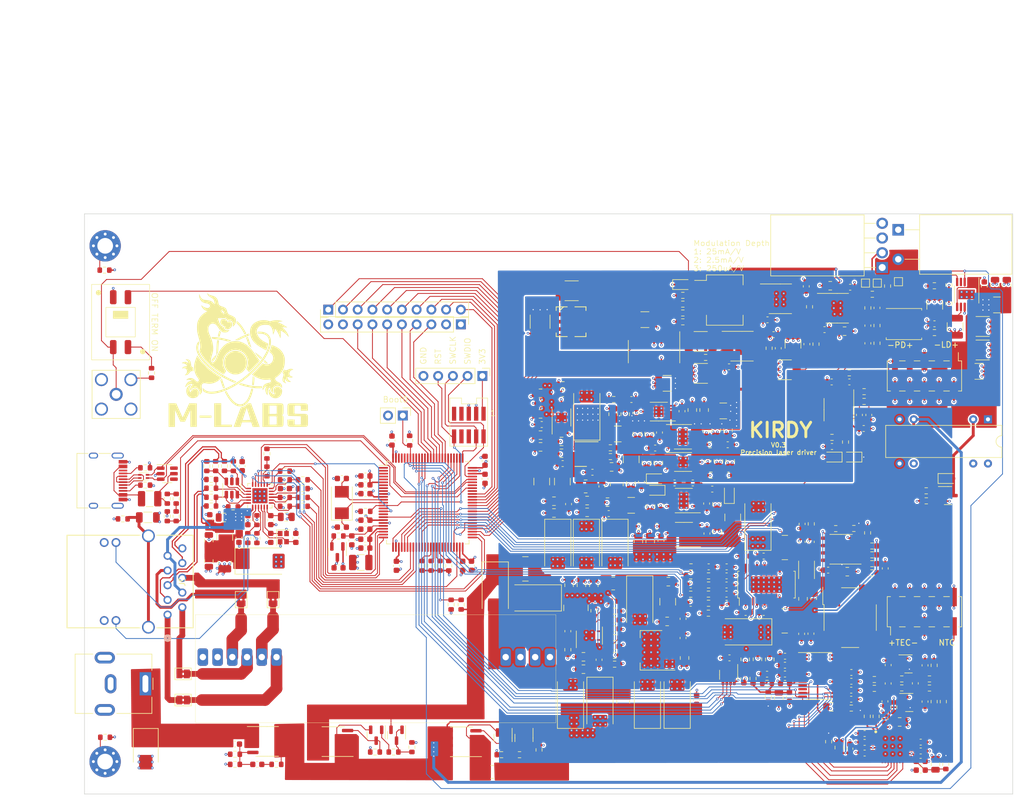
<source format=kicad_pcb>
(kicad_pcb (version 20221018) (generator pcbnew)

  (general
    (thickness 1.6)
  )

  (paper "A4")
  (layers
    (0 "F.Cu" jumper)
    (1 "In1.Cu" signal)
    (2 "In2.Cu" signal)
    (31 "B.Cu" signal)
    (32 "B.Adhes" user "B.Adhesive")
    (33 "F.Adhes" user "F.Adhesive")
    (34 "B.Paste" user)
    (35 "F.Paste" user)
    (36 "B.SilkS" user "B.Silkscreen")
    (37 "F.SilkS" user "F.Silkscreen")
    (38 "B.Mask" user)
    (39 "F.Mask" user)
    (40 "Dwgs.User" user "User.Drawings")
    (41 "Cmts.User" user "User.Comments")
    (42 "Eco1.User" user "User.Eco1")
    (43 "Eco2.User" user "User.Eco2")
    (44 "Edge.Cuts" user)
    (45 "Margin" user)
    (46 "B.CrtYd" user "B.Courtyard")
    (47 "F.CrtYd" user "F.Courtyard")
    (48 "B.Fab" user)
    (49 "F.Fab" user)
    (50 "User.1" user)
    (51 "User.2" user)
    (52 "User.3" user)
    (53 "User.4" user)
    (54 "User.5" user)
    (55 "User.6" user)
    (56 "User.7" user)
    (57 "User.8" user)
    (58 "User.9" user)
  )

  (setup
    (stackup
      (layer "F.SilkS" (type "Top Silk Screen"))
      (layer "F.Paste" (type "Top Solder Paste"))
      (layer "F.Mask" (type "Top Solder Mask") (thickness 0.01))
      (layer "F.Cu" (type "copper") (thickness 0.035))
      (layer "dielectric 1" (type "core") (thickness 0.48) (material "FR4") (epsilon_r 4.5) (loss_tangent 0.02))
      (layer "In1.Cu" (type "copper") (thickness 0.035))
      (layer "dielectric 2" (type "prepreg") (thickness 0.48) (material "FR4") (epsilon_r 4.5) (loss_tangent 0.02))
      (layer "In2.Cu" (type "copper") (thickness 0.035))
      (layer "dielectric 3" (type "core") (thickness 0.48) (material "FR4") (epsilon_r 4.5) (loss_tangent 0.02))
      (layer "B.Cu" (type "copper") (thickness 0.035))
      (layer "B.Mask" (type "Bottom Solder Mask") (thickness 0.01))
      (layer "B.Paste" (type "Bottom Solder Paste"))
      (layer "B.SilkS" (type "Bottom Silk Screen"))
      (copper_finish "ENIG")
      (dielectric_constraints no)
    )
    (pad_to_mask_clearance 0)
    (pcbplotparams
      (layerselection 0x00010fc_ffffffff)
      (plot_on_all_layers_selection 0x0000000_00000000)
      (disableapertmacros false)
      (usegerberextensions true)
      (usegerberattributes false)
      (usegerberadvancedattributes false)
      (creategerberjobfile true)
      (dashed_line_dash_ratio 12.000000)
      (dashed_line_gap_ratio 3.000000)
      (svgprecision 6)
      (plotframeref false)
      (viasonmask false)
      (mode 1)
      (useauxorigin false)
      (hpglpennumber 1)
      (hpglpenspeed 20)
      (hpglpendiameter 15.000000)
      (dxfpolygonmode true)
      (dxfimperialunits true)
      (dxfusepcbnewfont true)
      (psnegative false)
      (psa4output false)
      (plotreference false)
      (plotvalue false)
      (plotinvisibletext false)
      (sketchpadsonfab false)
      (subtractmaskfromsilk true)
      (outputformat 1)
      (mirror false)
      (drillshape 0)
      (scaleselection 1)
      (outputdirectory "gerbers")
    )
  )

  (net 0 "")
  (net 1 "+5VA")
  (net 2 "GND")
  (net 3 "Net-(U1-VOUT_F)")
  (net 4 "Net-(U4--)")
  (net 5 "Net-(U2-OUT)")
  (net 6 "Net-(U4-+)")
  (net 7 "+9VA")
  (net 8 "-6V")
  (net 9 "+15V")
  (net 10 "Net-(U6-+)")
  (net 11 "Net-(C13-Pad2)")
  (net 12 "/MCU/PD_MON")
  (net 13 "Net-(C18-Pad2)")
  (net 14 "Net-(C18-Pad1)")
  (net 15 "Net-(U5B-+)")
  (net 16 "+3V3")
  (net 17 "Net-(U6--)")
  (net 18 "Net-(Q2-G)")
  (net 19 "/MCU/VREF")
  (net 20 "+12V")
  (net 21 "Net-(C25-Pad2)")
  (net 22 "Net-(C26-Pad2)")
  (net 23 "Net-(C26-Pad1)")
  (net 24 "Net-(C27-Pad1)")
  (net 25 "/driveStage/PD_C")
  (net 26 "Net-(C28-Pad1)")
  (net 27 "-9V")
  (net 28 "IN")
  (net 29 "Net-(U8-VCAP_1)")
  (net 30 "Net-(U8-VCAP_2)")
  (net 31 "Net-(C52-Pad1)")
  (net 32 "Net-(U8-PH0)")
  (net 33 "Net-(U8-PH1)")
  (net 34 "/MCU/VDDA")
  (net 35 "Net-(D6-K)")
  (net 36 "Net-(D5-A)")
  (net 37 "Net-(U9-C+)")
  (net 38 "Net-(D5-K)")
  (net 39 "Net-(C57-Pad1)")
  (net 40 "+9V")
  (net 41 "+8V")
  (net 42 "+3.3VA")
  (net 43 "/thermostat/DAC_REF")
  (net 44 "Net-(U9-C-)")
  (net 45 "Net-(D7-A)")
  (net 46 "Net-(U16-PGFB)")
  (net 47 "/thermostat/MAXV")
  (net 48 "/thermostat/MAXIP")
  (net 49 "/thermostat/MAXIN")
  (net 50 "Net-(U11-EN{slash}UV)")
  (net 51 "Net-(U12-EN{slash}UV)")
  (net 52 "Net-(U13-EN{slash}UV)")
  (net 53 "/MCU/TEC_ISEN")
  (net 54 "Net-(U15-EN{slash}UV)")
  (net 55 "/MCU/TEC_VREF")
  (net 56 "Net-(U14-EN{slash}UV)")
  (net 57 "Net-(U11-SET)")
  (net 58 "Net-(U16-SET)")
  (net 59 "+5V")
  (net 60 "Net-(U12-SET)")
  (net 61 "Net-(U13-SET)")
  (net 62 "Net-(U14-SET)")
  (net 63 "Net-(U15-SET)")
  (net 64 "Net-(U19-REGCAPD)")
  (net 65 "Net-(U18-REGCAPD)")
  (net 66 "Net-(U21-CTLI)")
  (net 67 "Net-(U18-REFOUT)")
  (net 68 "Net-(U18-REGCAPA)")
  (net 69 "Net-(U19-REGCAPA)")
  (net 70 "Net-(U21-COMP)")
  (net 71 "Net-(U21-CS)")
  (net 72 "Net-(U21-OS2)")
  (net 73 "/Ehternet/AVDDT_PHY")
  (net 74 "/Ehternet/ETH_SHIELD")
  (net 75 "Net-(U23-VIN)")
  (net 76 "Net-(U23-SS{slash}TR)")
  (net 77 "/MCU/RST")
  (net 78 "Net-(FB12-Pad1)")
  (net 79 "/thermostat/TEC+")
  (net 80 "/thermostat/TEC-")
  (net 81 "Net-(U23-BOOT)")
  (net 82 "/MCU/USB_DP")
  (net 83 "/MCU/USB_DN")
  (net 84 "/MCU/SWDIO")
  (net 85 "/MCU/SWCLK")
  (net 86 "Net-(U23-COMP)")
  (net 87 "Net-(Q3-E)")
  (net 88 "Net-(D10-A1)")
  (net 89 "Net-(Q4-G)")
  (net 90 "Net-(U24-VI)")
  (net 91 "Net-(U26-XTAL2)")
  (net 92 "Net-(U26-XTAL1)")
  (net 93 "Net-(U26-VDDCR)")
  (net 94 "Net-(D1-A2)")
  (net 95 "/driveStage/LD-")
  (net 96 "/thermostat/NTC+")
  (net 97 "/thermostat/NTC-")
  (net 98 "Net-(D4-A)")
  (net 99 "Net-(U27-VBUS)")
  (net 100 "Net-(L3-Pad1)")
  (net 101 "Net-(U21-OS1)")
  (net 102 "Net-(FL2-Pad4)")
  (net 103 "Net-(FL2-Pad1)")
  (net 104 "Net-(J4-Pin_8)")
  (net 105 "Net-(J4-Pin_7)")
  (net 106 "Net-(J4-Pin_6)")
  (net 107 "Net-(J4-Pin_5)")
  (net 108 "Net-(J4-Pin_4)")
  (net 109 "Net-(J4-Pin_3)")
  (net 110 "Net-(J5-Pin_10)")
  (net 111 "Net-(J5-Pin_9)")
  (net 112 "Net-(J5-Pin_8)")
  (net 113 "Net-(J5-Pin_7)")
  (net 114 "Net-(J5-Pin_6)")
  (net 115 "Net-(J5-Pin_5)")
  (net 116 "Net-(J5-Pin_4)")
  (net 117 "Net-(J5-Pin_3)")
  (net 118 "Net-(J5-Pin_2)")
  (net 119 "Net-(J5-Pin_1)")
  (net 120 "unconnected-(J6-Pin_6-Pad6)")
  (net 121 "/MCU/PWM_MAXV")
  (net 122 "/MCU/PWM_MAXIP")
  (net 123 "/MCU/PWM_MAXIN")
  (net 124 "unconnected-(J6-Pin_7-Pad7)")
  (net 125 "unconnected-(J6-Pin_8-Pad8)")
  (net 126 "unconnected-(J6-Pin_9-Pad9)")
  (net 127 "/MCU/TEC_VSEN")
  (net 128 "/Ehternet/POE_VC2-")
  (net 129 "/Ehternet/POE_VC1-")
  (net 130 "/MCU/POE_PWR_SRC")
  (net 131 "/Ehternet/RMII_RXD0")
  (net 132 "/Ehternet/POE_VC2+")
  (net 133 "/Ehternet/RMII_RXD1")
  (net 134 "/Ehternet/POE_VC1+")
  (net 135 "/Ehternet/RMII_CRS_DV")
  (net 136 "/Ehternet/RMII_REF_CLK")
  (net 137 "/Ehternet/RMII_MDIO")
  (net 138 "Net-(J9-Pad11)")
  (net 139 "/Ehternet/ETH_LED_1")
  (net 140 "Net-(J9-Pad13)")
  (net 141 "/Ehternet/PHY_TD_P")
  (net 142 "/Ehternet/PHY_TD_N")
  (net 143 "/Ehternet/PHY_RD_P")
  (net 144 "/Ehternet/PHY_RD_N")
  (net 145 "/Ehternet/ETH_LED_2")
  (net 146 "unconnected-(J10-SBU2-PadB8)")
  (net 147 "Net-(J10-CC2)")
  (net 148 "/MCU/USB_VBUS")
  (net 149 "/MCU/LDAC_LOAD")
  (net 150 "/MCU/LDAC_CLK")
  (net 151 "/MCU/LDAC_MOSI")
  (net 152 "/MCU/LDAC_CS")
  (net 153 "/MCU/TADC_SYNC")
  (net 154 "/MCU/TADC_MISO")
  (net 155 "/MCU/TDAC_MOSI")
  (net 156 "/MCU/TADC_CLK")
  (net 157 "/MCU/TDAC_CLK")
  (net 158 "/MCU/TADC_CS")
  (net 159 "/MCU/TDAC_SYNC")
  (net 160 "/MCU/TADC_MOSI")
  (net 161 "unconnected-(J10-SBU1-PadA8)")
  (net 162 "Net-(J10-CC1)")
  (net 163 "Net-(JP1-A)")
  (net 164 "Net-(JP2-B)")
  (net 165 "Net-(JP3-B)")
  (net 166 "Net-(JP4-B)")
  (net 167 "Net-(JP5-B)")
  (net 168 "Net-(L4-Pad1)")
  (net 169 "Net-(Q9-E)")
  (net 170 "Net-(Q1-G)")
  (net 171 "Net-(Q2-S-Pad1)")
  (net 172 "Net-(Q3-B)")
  (net 173 "Net-(Q5-G)")
  (net 174 "/Ehternet/RMII_MDC")
  (net 175 "/Ehternet/PHY_NRST")
  (net 176 "Net-(Q6-B)")
  (net 177 "Net-(Q7-B)")
  (net 178 "Net-(Q8-G)")
  (net 179 "Net-(Q9-B)")
  (net 180 "Net-(R3-Pad2)")
  (net 181 "/Ehternet/RMII_TX_EN")
  (net 182 "/Ehternet/RMII_TXD0")
  (net 183 "/Ehternet/RMII_TXD1")
  (net 184 "Net-(R5-Pad2)")
  (net 185 "Net-(U3--)")
  (net 186 "Net-(U5B--)")
  (net 187 "Net-(U7-OUT)")
  (net 188 "Net-(U8-PE8)")
  (net 189 "Net-(U8-PE9)")
  (net 190 "Net-(U8-PE10)")
  (net 191 "Net-(U8-PE11)")
  (net 192 "Net-(U16-ILIM)")
  (net 193 "Net-(U10-SET)")
  (net 194 "Net-(U17-VFB)")
  (net 195 "Net-(U20B--)")
  (net 196 "Net-(U18-AIN0)")
  (net 197 "Net-(U18-AIN1)")
  (net 198 "Net-(U19-AIN0{slash}REF2-)")
  (net 199 "Net-(U19-AIN1{slash}REF2+)")
  (net 200 "unconnected-(K1-Pad14)")
  (net 201 "Net-(U20A-+)")
  (net 202 "Net-(U20A--)")
  (net 203 "Net-(U23-EN)")
  (net 204 "Net-(U23-RT{slash}CLK)")
  (net 205 "Net-(U23-VSENSE)")
  (net 206 "Net-(U26-RXD0)")
  (net 207 "Net-(U26-RXD1)")
  (net 208 "Net-(U26-CRS_DV)")
  (net 209 "Net-(U26-nINT)")
  (net 210 "Net-(U26-RXER)")
  (net 211 "Net-(U26-RBIAS)")
  (net 212 "Net-(U3-+)")
  (net 213 "Net-(U1-VOUT_S)")
  (net 214 "unconnected-(U2-INV-Pad13)")
  (net 215 "unconnected-(U2-NC-Pad9)")
  (net 216 "unconnected-(U2-RFB-Pad1)")
  (net 217 "unconnected-(U8-PE1-Pad98)")
  (net 218 "unconnected-(U8-PE0-Pad97)")
  (net 219 "unconnected-(U8-PB9-Pad96)")
  (net 220 "unconnected-(U8-PA10-Pad69)")
  (net 221 "unconnected-(U8-PA8-Pad67)")
  (net 222 "unconnected-(U8-PE15-Pad46)")
  (net 223 "unconnected-(U8-PE14-Pad45)")
  (net 224 "/MCU/LD_EN")
  (net 225 "unconnected-(U8-PE13-Pad44)")
  (net 226 "unconnected-(U8-PE12-Pad43)")
  (net 227 "unconnected-(U8-PE7-Pad38)")
  (net 228 "unconnected-(U8-PB2-Pad37)")
  (net 229 "/MCU/TEC_~{SHDN}")
  (net 230 "Net-(H1-Pad1)")
  (net 231 "Net-(H2-Pad1)")
  (net 232 "/MCU/~{LD_SHORT}")
  (net 233 "unconnected-(U8-PC2-Pad17)")
  (net 234 "unconnected-(U8-PC0-Pad15)")
  (net 235 "unconnected-(U8-PC15-Pad9)")
  (net 236 "unconnected-(U8-PC14-Pad8)")
  (net 237 "unconnected-(U8-PC13-Pad7)")
  (net 238 "unconnected-(U8-PE6-Pad5)")
  (net 239 "unconnected-(U8-PE5-Pad4)")
  (net 240 "unconnected-(U8-PE4-Pad3)")
  (net 241 "unconnected-(U8-PE3-Pad2)")
  (net 242 "unconnected-(U8-PE2-Pad1)")
  (net 243 "12Vin")
  (net 244 "unconnected-(U9-NC-Pad12)")
  (net 245 "unconnected-(U9-NC-Pad7)")
  (net 246 "unconnected-(U9-NC-Pad6)")
  (net 247 "unconnected-(U9-NC-Pad3)")
  (net 248 "unconnected-(U9-NC-Pad1)")
  (net 249 "unconnected-(U10-ILIM-Pad5)")
  (net 250 "unconnected-(U11-PG-Pad4)")
  (net 251 "unconnected-(U12-PG-Pad5)")
  (net 252 "unconnected-(U13-PG-Pad4)")
  (net 253 "unconnected-(U14-VIOC-Pad7)")
  (net 254 "unconnected-(U14-PG-Pad4)")
  (net 255 "unconnected-(U15-PG-Pad4)")
  (net 256 "unconnected-(U16-PG-Pad5)")
  (net 257 "unconnected-(U18-GPIO1-Pad20)")
  (net 258 "unconnected-(U18-GPIO0-Pad19)")
  (net 259 "unconnected-(U18-XTAL2{slash}CLKIO-Pad10)")
  (net 260 "unconnected-(U18-XTAL1-Pad9)")
  (net 261 "unconnected-(U19-DNC-Pad3)")
  (net 262 "unconnected-(U19-PDSW-Pad8)")
  (net 263 "unconnected-(U19-XTAL1-Pad9)")
  (net 264 "unconnected-(U19-XTAL2{slash}CLKIO-Pad10)")
  (net 265 "unconnected-(U19-~{ERROR}-Pad15)")
  (net 266 "unconnected-(U19-GPIO0-Pad20)")
  (net 267 "unconnected-(U19-GPIO1-Pad21)")
  (net 268 "unconnected-(U19-GPIO2-Pad22)")
  (net 269 "unconnected-(U19-AIN2-Pad23)")
  (net 270 "unconnected-(U19-AIN3-Pad24)")
  (net 271 "unconnected-(U19-AIN4-Pad25)")
  (net 272 "unconnected-(U19-AIN5-Pad26)")
  (net 273 "unconnected-(U19-AIN6-Pad27)")
  (net 274 "unconnected-(U19-AIN7-Pad28)")
  (net 275 "unconnected-(U19-AIN8-Pad29)")
  (net 276 "unconnected-(U19-GPO3-Pad30)")
  (net 277 "Net-(U20B-+)")
  (net 278 "unconnected-(U22-NC-Pad2)")
  (net 279 "unconnected-(U22-NC-Pad1)")
  (net 280 "unconnected-(U23-PWRGD-Pad14)")
  (net 281 "unconnected-(U27-I{slash}O4-Pad6)")
  (net 282 "unconnected-(U27-I{slash}O3-Pad4)")
  (net 283 "/Ehternet/RJ45_RD_N")
  (net 284 "/Ehternet/RJ45_RD_P")
  (net 285 "/Ehternet/RJ45_TD_N")
  (net 286 "/Ehternet/RJ45_TD_P")
  (net 287 "/thermostat/ADC1_REF")
  (net 288 "/thermostat/ADC1_A3V3")
  (net 289 "/thermostat/ADC1_D3V3")
  (net 290 "/thermostat/ADC2_D3V3")
  (net 291 "/thermostat/ADC2_A3V3")
  (net 292 "/thermostat/ADC2_REF")
  (net 293 "Net-(C124-Pad1)")
  (net 294 "Net-(C125-Pad1)")
  (net 295 "Net-(C126-Pad1)")
  (net 296 "Net-(C156-Pad2)")
  (net 297 "Net-(C157-Pad2)")
  (net 298 "Net-(C166-Pad2)")
  (net 299 "Net-(C167-Pad2)")
  (net 300 "Net-(C177-Pad2)")
  (net 301 "Net-(C178-Pad1)")
  (net 302 "Net-(C179-Pad1)")
  (net 303 "Net-(C187-Pad2)")
  (net 304 "Net-(C188-Pad1)")
  (net 305 "Net-(C208-Pad1)")
  (net 306 "Net-(R8-Pad2)")
  (net 307 "Net-(R23-Pad2)")
  (net 308 "unconnected-(R25-Pad3)")
  (net 309 "Net-(R35-Pad2)")
  (net 310 "Net-(R66-Pad2)")
  (net 311 "Net-(R121-Pad2)")
  (net 312 "Net-(R122-Pad1)")
  (net 313 "unconnected-(J4-Pin_9-Pad9)")
  (net 314 "/MCU/TERM_STAT")

  (footprint "Resistor_SMD:R_0603_1608Metric" (layer "F.Cu") (at 34.544 45.8338 180))

  (footprint "Resistor_SMD:R_0603_1608Metric" (layer "F.Cu") (at 56.4334 91.9319 90))

  (footprint "Capacitor_SMD:C_0603_1608Metric" (layer "F.Cu") (at 34.544 47.3578))

  (footprint "Capacitor_SMD:C_0603_1608Metric" (layer "F.Cu") (at 138.5316 80.9498 90))

  (footprint "Package_TO_SOT_SMD:SOT-23" (layer "F.Cu") (at 50.2782 89.8694 -90))

  (footprint "Capacitor_SMD:C_0805_2012Metric" (layer "F.Cu") (at 103.4288 76.5556 -90))

  (footprint "Inductor_SMD:L_1210_3225Metric" (layer "F.Cu") (at 47.617 60.0964))

  (footprint "Capacitor_SMD:C_0603_1608Metric" (layer "F.Cu") (at 104.4956 63.9706 180))

  (footprint "Capacitor_SMD:C_0603_1608Metric" (layer "F.Cu") (at 78.8126 36.3114 180))

  (footprint "Capacitor_SMD:C_0603_1608Metric" (layer "F.Cu") (at 138.0236 61.1124 90))

  (footprint "Package_QFP:LQFP-100_14x14mm_P0.5mm" (layer "F.Cu") (at 59.182 49.7798))

  (footprint "Capacitor_SMD:C_0603_1608Metric" (layer "F.Cu") (at 104.4956 67.1332 180))

  (footprint "Resistor_SMD:R_0603_1608Metric" (layer "F.Cu") (at 33.0855 94.896))

  (footprint "Resistor_SMD:R_0603_1608Metric" (layer "F.Cu") (at 37.6308 47.3578 180))

  (footprint "Inductor_SMD:L_1008_2520Metric" (layer "F.Cu") (at 91.7448 46.6344 -90))

  (footprint "Capacitor_SMD:C_0603_1608Metric" (layer "F.Cu") (at 110.6875 60.8397))

  (footprint "Capacitor_SMD:C_0805_2012Metric" (layer "F.Cu") (at 94.1832 46.3922 -90))

  (footprint "Resistor_SMD:R_0603_1608Metric" (layer "F.Cu") (at 115.239 80.0856 -90))

  (footprint "Resistor_SMD:R_0603_1608Metric" (layer "F.Cu") (at 37.6308 45.8338 180))

  (footprint "Resistor_SMD:R_0603_1608Metric" (layer "F.Cu") (at 132.1684 85.191))

  (footprint "Resistor_SMD:R_0603_1608Metric" (layer "F.Cu") (at 104.4956 62.3984))

  (footprint "Resistor_SMD:R_0603_1608Metric" (layer "F.Cu") (at 78.35 92.4 90))

  (footprint "Capacitor_SMD:C_0603_1608Metric" (layer "F.Cu") (at 135.0256 22.3134 -90))

  (footprint "Capacitor_SMD:C_0603_1608Metric" (layer "F.Cu") (at 99.3394 50.1786 90))

  (footprint "Diode_SMD:D_SMB" (layer "F.Cu") (at 10.5615 92.364 -90))

  (footprint "Capacitor_SMD:C_0603_1608Metric" (layer "F.Cu") (at 78.8126 32.7046 180))

  (footprint "Resistor_SMD:R_0603_1608Metric" (layer "F.Cu") (at 21.844 50.355))

  (footprint "Resistor_SMD:R_0603_1608Metric" (layer "F.Cu") (at 145.0848 47.7352))

  (footprint "Capacitor_SMD:C_0805_2012Metric" (layer "F.Cu") (at 82.2198 41.2662 180))

  (footprint "Package_SO:SOIC-8-1EP_3.9x4.9mm_P1.27mm_EP2.29x3mm" (layer "F.Cu") (at 119.9378 14.6424))

  (footprint "Capacitor_SMD:C_0805_2012Metric" (layer "F.Cu") (at 86.0044 76.3524 180))

  (footprint "Package_TO_SOT_SMD:SOT-23-6" (layer "F.Cu") (at 25.4 47.2562 90))

  (footprint "Connector_BarrelJack:BarrelJack_CUI_PJ-063AH_Horizontal" (layer "F.Cu") (at 10.5 81 -90))

  (footprint "Capacitor_SMD:C_1812_4532Metric" (layer "F.Cu") (at 154.813 23.4696))

  (footprint "Resistor_SMD:R_0603_1608Metric" (layer "F.Cu") (at 136.144 81.788))

  (footprint "Capacitor_SMD:C_0603_1608Metric" (layer "F.Cu") (at 144.137 91.059))

  (footprint "Resistor_SMD:R_0603_1608Metric" (layer "F.Cu") (at 104.5423 60.8397))

  (footprint "Resistor_SMD:R_0603_1608Metric" (layer "F.Cu") (at 148.463 94.869 90))

  (footprint "Resistor_SMD:R_0603_1608Metric" (layer "F.Cu") (at 107.823 39.7994))

  (footprint "Package_TO_SOT_THT:TO-220F-4_Horizontal_TabDown" (layer "F.Cu") (at 137.5 9.25 90))

  (footprint "Capacitor_SMD:C_0603_1608Metric" (layer "F.Cu") (at 117.6528 79.3496 180))

  (footprint "Capacitor_SMD:C_0603_1608Metric" (layer "F.Cu") (at 99.1108 37.6936 -90))

  (footprint "Capacitor_SMD:C_0603_1608Metric" (layer "F.Cu")
    (tstamp 18b8fa11-6bc8-4019-aac3-0eea023d7ea8)
    (at 113.652 80.0602 -90)
    (descr "Capacitor SMD 0603 (1608 Metric), square (rectangular) end terminal, IPC_7351 nominal, (Body size source: IPC-SM-782 page 76, https://www.pcb-3d.com/wordpress/wp-content/uploads/ipc-sm-782a_amendment_1_and_2.pdf), generated with kicad-footprint-generator")
    (tags "capacitor")
    (property "MFR_PN" "CL10B104KB8NNWC")
    (property "MFR_PN_ALT" "CL10B104KB8NNNL")
    (property "Sheetfile" "thermostat.kicad_sch")
    (property "Sheetname" "thermostat")
    (property "ki_description" "Unpolarized capacitor")
    (property "ki_keywords" "cap capacitor")
    (path "/bda728c0-b189-4e05-8d4f-58a38acf883b/d924e105-c32c-494b-9c01-fb97e5dab91b")
    (attr smd)
    (fp_text reference "C117" (at 0 -1.43 90) (layer "F.SilkS") hide
        (effects (font (size 1 1) (thickness 0.15)))
      (tstamp f9ad1429-39d7-47ea-ada8-5393828a2889)
    )
    (fp_text value "100n" (at 0 1.43 90) (layer "F.Fab")
        (effects (font (size 1 1) (thickness 0.15)))
      (tstamp 8511fbd7-9a6d-4704-946e-99a01089ef2e)
    )
    (fp_text user "${REFERENCE}" (at 0 0 90) (layer "F.Fab")
        (effects (font (size 0.4 0.4) (thickness 0.06)))
      (tstamp c324be00-810c-4b73-bd6d-aca1e4198d27)
    )
    (fp_line (start -0.14058 -0.51) (end 0.14058 -0.51)
      (stroke (width 0.12) (type solid)) (layer "F.SilkS") (tstamp 9b913c31-919e-482b-8fc3-de2474e98775))
    (fp_line (start -0.14058 0.51) (end 0.14058 0.51)
      (stroke (width 0.12) (type solid)) (layer "F.SilkS") (tstamp bffab35a-5e9b-42c4-869d-78ce07d9be2e))
    (fp_line (start -1.48 -0.73) (end 1.48 -0.73)
      (stroke (width 0.05) (type solid)) (layer "F.CrtYd") (tstamp 3c02d922-1ad3-4000-ac9a-976d3c74b0fe))
    (fp_line (start -1.48 0.73) (end -1.48 -0.73)
      (stroke (width 0.05) (type solid)) (layer "F.CrtYd") (tstamp 08eaee24-44e8-4397-8664-3e26a7eefea6))
    (fp_line (start 1.48 -0.73) (end 1.48 0.73)
      (stroke (width 0.05) (type solid)) (layer "F.CrtYd") (tstamp c1035e45-9226-4bec-9cc4-77114eb93383))
    (fp_line (start 1.48 0.73) (end -1.48 0.73)
      (stroke (width 0.05) (type solid)) (layer "F.CrtYd") (tstamp 5cf57a08-cf5a-45c3-b532-b5703819923d))
    (fp_line (start -0.8 -0.4) (end 0.8 -0.4)
      (stroke (width 0.1) (type solid)) (layer "F.Fab") (tstamp 5d825777-9712-4a76-9724-4eb7a337560d))
    (fp_line (start -0.8 0.4) (end -0.8 -0.4)
      (stroke (width 0.1) (type solid)) (layer "F.Fab") (tstamp a4af2e1e-c8f5-48a4-8e64-cd97732269a6))
    (fp_line (start 0.8 -0.4) (end 0.8 0.4)
      (stroke (width 0.1) (type solid)) (layer "F.Fab") (tstamp e1507178-cacb-42b3-8011-07e8ff0daed7))
    (fp_line (start 0.8 0.4) (end -0.8 0.4)
      (stroke (width 0.1) (type solid)) (layer "F.Fab") (tstamp 37c5b365-2faf-454f-8884-8cad7e9d51b0))
    (pad "1" smd roundrect (at -0.775 0 270) (size 0.9 0.95) (layers "F.Cu" "F.Paste" "F.Mask") (roundrect_rratio 0.25)
      (net 43 "/thermostat/DA
... [4779398 chars truncated]
</source>
